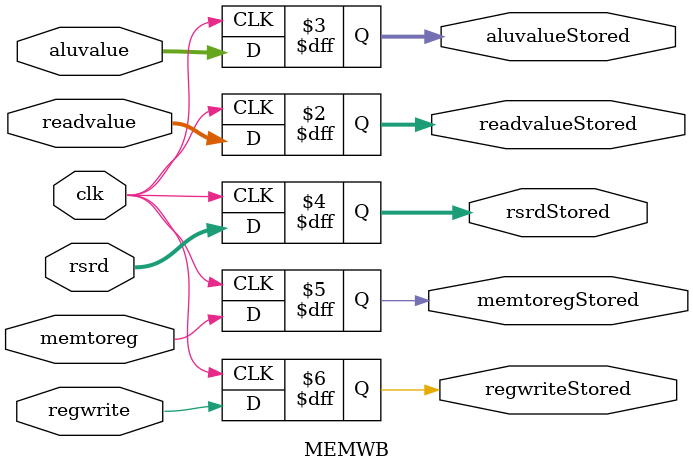
<source format=v>
module MEMWB(
    input clk,
    input [31:0] readvalue,
    output reg [31:0] readvalueStored,
    input [31:0] aluvalue,
    output reg [31:0] aluvalueStored,
    input [4:0] rsrd,
    output reg [4:0] rsrdStored,
    input memtoreg,
    output reg memtoregStored,
    input regwrite,
    output reg regwriteStored
);
    always @(posedge clk)
    begin 
        readvalueStored <= readvalue;
        aluvalueStored <= aluvalue;
        rsrdStored <= rsrd;
        memtoregStored <= memtoreg;
        regwriteStored <= regwrite;
    end
endmodule

</source>
